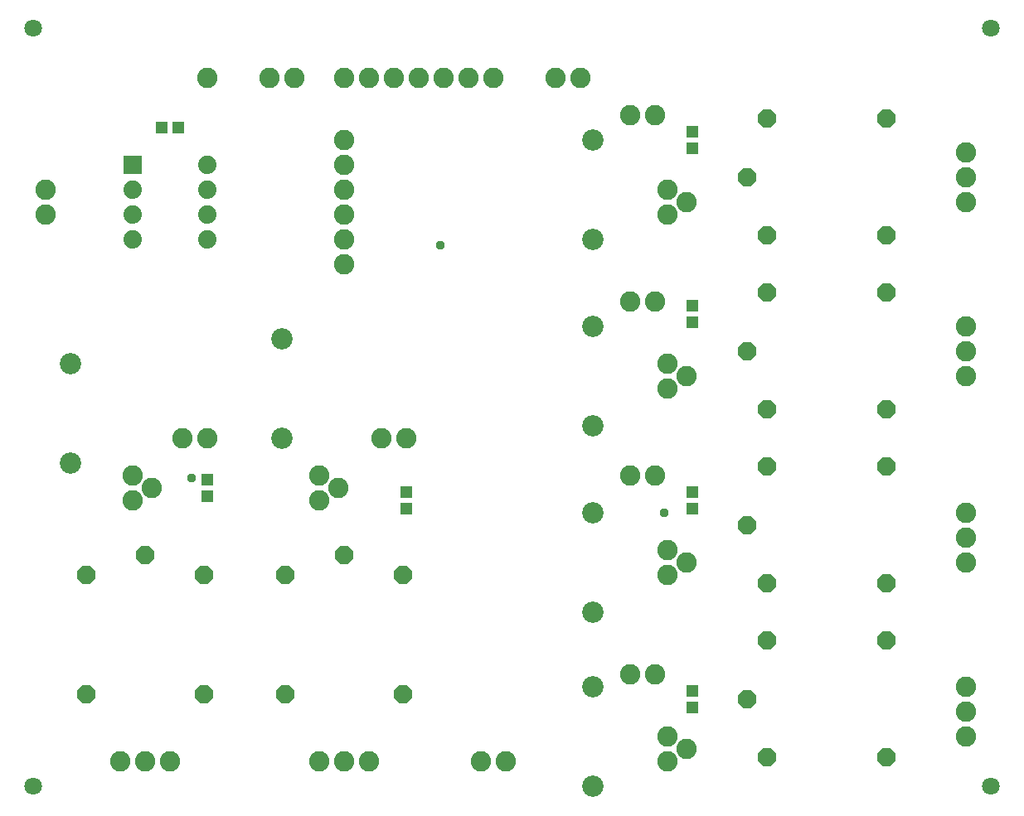
<source format=gbr>
G04 EAGLE Gerber RS-274X export*
G75*
%MOMM*%
%FSLAX34Y34*%
%LPD*%
%INSoldermask Top*%
%IPPOS*%
%AMOC8*
5,1,8,0,0,1.08239X$1,22.5*%
G01*
%ADD10C,1.803200*%
%ADD11C,2.082800*%
%ADD12C,2.184400*%
%ADD13R,1.203200X1.303200*%
%ADD14R,1.303200X1.203200*%
%ADD15P,2.005885X8X22.500000*%
%ADD16P,2.005885X8X292.500000*%
%ADD17R,1.879600X1.879600*%
%ADD18C,1.879600*%
%ADD19C,0.959600*%


D10*
X0Y787400D03*
X0Y12700D03*
X977900Y12700D03*
X977900Y787400D03*
D11*
X317500Y736600D03*
X342900Y736600D03*
X368300Y736600D03*
X393700Y736600D03*
X419100Y736600D03*
X444500Y736600D03*
X469900Y736600D03*
X533400Y736600D03*
X558800Y736600D03*
X241300Y736600D03*
X266700Y736600D03*
X482600Y38100D03*
X457200Y38100D03*
D12*
X571500Y12700D03*
X571500Y114300D03*
D11*
X609600Y698500D03*
X635000Y698500D03*
X355600Y368300D03*
X381000Y368300D03*
X152400Y368300D03*
X177800Y368300D03*
D12*
X571500Y190500D03*
X571500Y292100D03*
X571500Y381000D03*
X571500Y482600D03*
X571500Y571500D03*
X571500Y673100D03*
X254000Y368300D03*
X254000Y469900D03*
X38100Y342900D03*
X38100Y444500D03*
D11*
X609600Y127000D03*
X635000Y127000D03*
X609600Y330200D03*
X635000Y330200D03*
X609600Y508000D03*
X635000Y508000D03*
X12700Y596900D03*
X12700Y622300D03*
X177800Y736600D03*
X647700Y63500D03*
X666750Y50800D03*
X647700Y38100D03*
X647700Y254000D03*
X666750Y241300D03*
X647700Y228600D03*
X647700Y444500D03*
X666750Y431800D03*
X647700Y419100D03*
X647700Y622300D03*
X666750Y609600D03*
X647700Y596900D03*
X292100Y330200D03*
X311150Y317500D03*
X292100Y304800D03*
X101600Y330200D03*
X120650Y317500D03*
X101600Y304800D03*
D13*
X673100Y93100D03*
X673100Y110100D03*
X381000Y313300D03*
X381000Y296300D03*
X673100Y681600D03*
X673100Y664600D03*
D14*
X148200Y685800D03*
X131200Y685800D03*
D13*
X673100Y296300D03*
X673100Y313300D03*
X673100Y486800D03*
X673100Y503800D03*
X177800Y326000D03*
X177800Y309000D03*
D11*
X952500Y114300D03*
X952500Y88900D03*
X952500Y63500D03*
X952500Y292100D03*
X952500Y266700D03*
X952500Y241300D03*
X952500Y482600D03*
X952500Y457200D03*
X952500Y431800D03*
X952500Y660400D03*
X952500Y635000D03*
X952500Y609600D03*
X139700Y38100D03*
X114300Y38100D03*
X88900Y38100D03*
X342900Y38100D03*
X317500Y38100D03*
X292100Y38100D03*
X317500Y546100D03*
X317500Y571500D03*
X317500Y596900D03*
X317500Y622300D03*
X317500Y647700D03*
X317500Y673100D03*
D15*
X749300Y161600D03*
X749300Y41600D03*
X871300Y161600D03*
X871300Y41600D03*
X729300Y101600D03*
X749300Y339400D03*
X749300Y219400D03*
X871300Y339400D03*
X871300Y219400D03*
X729300Y279400D03*
D16*
X377500Y228600D03*
X257500Y228600D03*
X377500Y106600D03*
X257500Y106600D03*
X317500Y248600D03*
D15*
X749300Y517200D03*
X749300Y397200D03*
X871300Y517200D03*
X871300Y397200D03*
X729300Y457200D03*
X749300Y695000D03*
X749300Y575000D03*
X871300Y695000D03*
X871300Y575000D03*
X729300Y635000D03*
D16*
X174300Y228600D03*
X54300Y228600D03*
X174300Y106600D03*
X54300Y106600D03*
X114300Y248600D03*
D17*
X101600Y647700D03*
D18*
X101600Y622300D03*
X101600Y596900D03*
X101600Y571500D03*
X177800Y571500D03*
X177800Y596900D03*
X177800Y622300D03*
X177800Y647700D03*
D19*
X161925Y327025D03*
X644525Y292100D03*
X415925Y565150D03*
M02*

</source>
